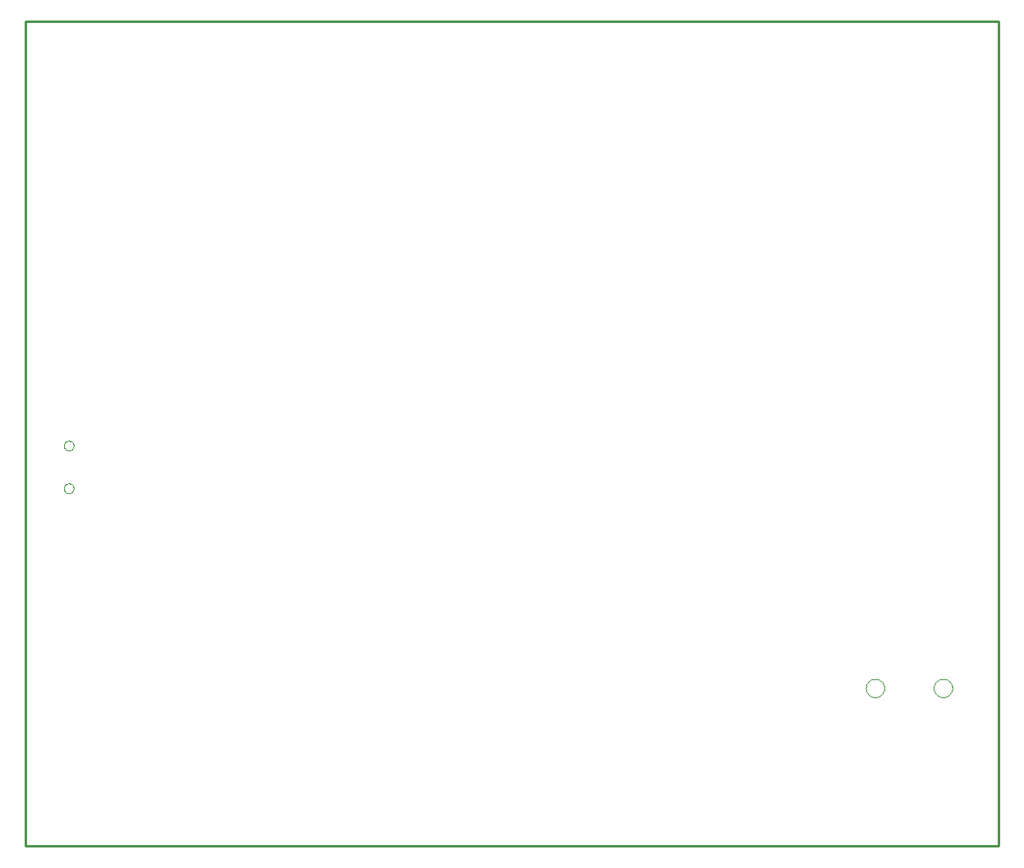
<source format=gbr>
G75*
G70*
%OFA0B0*%
%FSLAX24Y24*%
%IPPOS*%
%LPD*%
%AMOC8*
5,1,8,0,0,1.08239X$1,22.5*
%
%ADD10C,0.0100*%
%ADD11C,0.0000*%
D10*
X005493Y004152D02*
X044993Y004152D01*
X044993Y037652D01*
X005493Y037652D01*
X005493Y004152D01*
D11*
X007046Y018686D02*
X007048Y018714D01*
X007054Y018742D01*
X007064Y018768D01*
X007077Y018793D01*
X007094Y018815D01*
X007114Y018835D01*
X007136Y018852D01*
X007161Y018865D01*
X007187Y018875D01*
X007215Y018881D01*
X007243Y018883D01*
X007271Y018881D01*
X007299Y018875D01*
X007325Y018865D01*
X007350Y018852D01*
X007372Y018835D01*
X007392Y018815D01*
X007409Y018793D01*
X007422Y018768D01*
X007432Y018742D01*
X007438Y018714D01*
X007440Y018686D01*
X007438Y018658D01*
X007432Y018630D01*
X007422Y018604D01*
X007409Y018579D01*
X007392Y018557D01*
X007372Y018537D01*
X007350Y018520D01*
X007325Y018507D01*
X007299Y018497D01*
X007271Y018491D01*
X007243Y018489D01*
X007215Y018491D01*
X007187Y018497D01*
X007161Y018507D01*
X007136Y018520D01*
X007114Y018537D01*
X007094Y018557D01*
X007077Y018579D01*
X007064Y018604D01*
X007054Y018630D01*
X007048Y018658D01*
X007046Y018686D01*
X007046Y020419D02*
X007048Y020447D01*
X007054Y020475D01*
X007064Y020501D01*
X007077Y020526D01*
X007094Y020548D01*
X007114Y020568D01*
X007136Y020585D01*
X007161Y020598D01*
X007187Y020608D01*
X007215Y020614D01*
X007243Y020616D01*
X007271Y020614D01*
X007299Y020608D01*
X007325Y020598D01*
X007350Y020585D01*
X007372Y020568D01*
X007392Y020548D01*
X007409Y020526D01*
X007422Y020501D01*
X007432Y020475D01*
X007438Y020447D01*
X007440Y020419D01*
X007438Y020391D01*
X007432Y020363D01*
X007422Y020337D01*
X007409Y020312D01*
X007392Y020290D01*
X007372Y020270D01*
X007350Y020253D01*
X007325Y020240D01*
X007299Y020230D01*
X007271Y020224D01*
X007243Y020222D01*
X007215Y020224D01*
X007187Y020230D01*
X007161Y020240D01*
X007136Y020253D01*
X007114Y020270D01*
X007094Y020290D01*
X007077Y020312D01*
X007064Y020337D01*
X007054Y020363D01*
X007048Y020391D01*
X007046Y020419D01*
X039601Y010571D02*
X039603Y010610D01*
X039609Y010649D01*
X039619Y010687D01*
X039633Y010723D01*
X039651Y010758D01*
X039672Y010791D01*
X039697Y010821D01*
X039725Y010849D01*
X039755Y010874D01*
X039788Y010895D01*
X039823Y010913D01*
X039859Y010927D01*
X039897Y010937D01*
X039936Y010943D01*
X039975Y010945D01*
X040014Y010943D01*
X040053Y010937D01*
X040091Y010927D01*
X040127Y010913D01*
X040162Y010895D01*
X040195Y010874D01*
X040225Y010849D01*
X040253Y010821D01*
X040278Y010791D01*
X040299Y010758D01*
X040317Y010723D01*
X040331Y010687D01*
X040341Y010649D01*
X040347Y010610D01*
X040349Y010571D01*
X040347Y010532D01*
X040341Y010493D01*
X040331Y010455D01*
X040317Y010419D01*
X040299Y010384D01*
X040278Y010351D01*
X040253Y010321D01*
X040225Y010293D01*
X040195Y010268D01*
X040162Y010247D01*
X040127Y010229D01*
X040091Y010215D01*
X040053Y010205D01*
X040014Y010199D01*
X039975Y010197D01*
X039936Y010199D01*
X039897Y010205D01*
X039859Y010215D01*
X039823Y010229D01*
X039788Y010247D01*
X039755Y010268D01*
X039725Y010293D01*
X039697Y010321D01*
X039672Y010351D01*
X039651Y010384D01*
X039633Y010419D01*
X039619Y010455D01*
X039609Y010493D01*
X039603Y010532D01*
X039601Y010571D01*
X042357Y010571D02*
X042359Y010610D01*
X042365Y010649D01*
X042375Y010687D01*
X042389Y010723D01*
X042407Y010758D01*
X042428Y010791D01*
X042453Y010821D01*
X042481Y010849D01*
X042511Y010874D01*
X042544Y010895D01*
X042579Y010913D01*
X042615Y010927D01*
X042653Y010937D01*
X042692Y010943D01*
X042731Y010945D01*
X042770Y010943D01*
X042809Y010937D01*
X042847Y010927D01*
X042883Y010913D01*
X042918Y010895D01*
X042951Y010874D01*
X042981Y010849D01*
X043009Y010821D01*
X043034Y010791D01*
X043055Y010758D01*
X043073Y010723D01*
X043087Y010687D01*
X043097Y010649D01*
X043103Y010610D01*
X043105Y010571D01*
X043103Y010532D01*
X043097Y010493D01*
X043087Y010455D01*
X043073Y010419D01*
X043055Y010384D01*
X043034Y010351D01*
X043009Y010321D01*
X042981Y010293D01*
X042951Y010268D01*
X042918Y010247D01*
X042883Y010229D01*
X042847Y010215D01*
X042809Y010205D01*
X042770Y010199D01*
X042731Y010197D01*
X042692Y010199D01*
X042653Y010205D01*
X042615Y010215D01*
X042579Y010229D01*
X042544Y010247D01*
X042511Y010268D01*
X042481Y010293D01*
X042453Y010321D01*
X042428Y010351D01*
X042407Y010384D01*
X042389Y010419D01*
X042375Y010455D01*
X042365Y010493D01*
X042359Y010532D01*
X042357Y010571D01*
M02*

</source>
